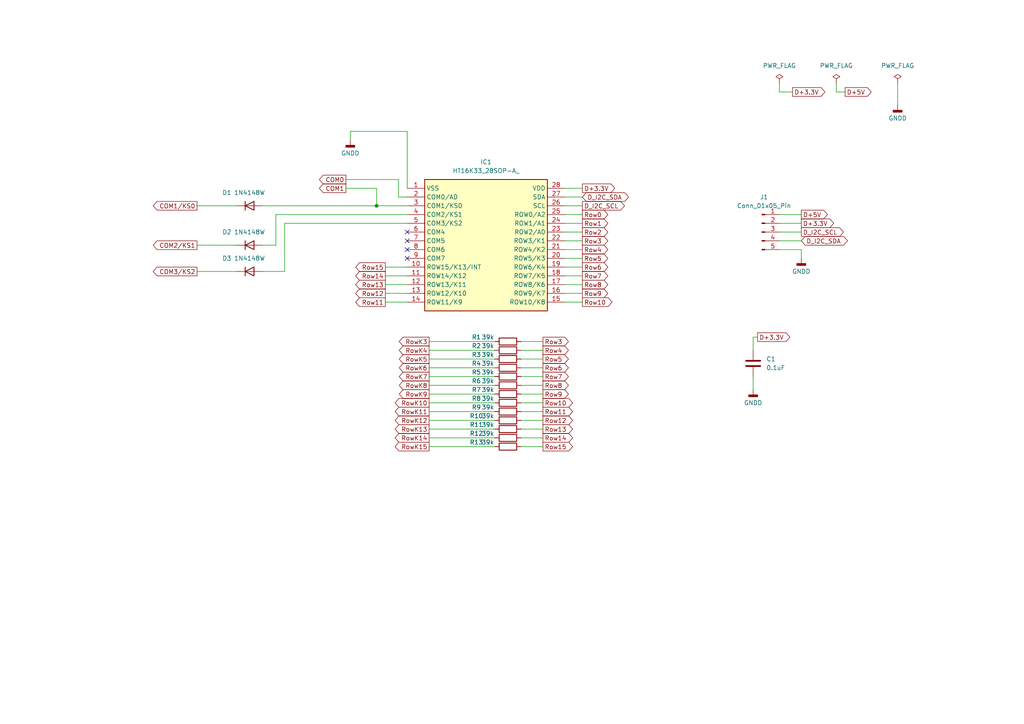
<source format=kicad_sch>
(kicad_sch (version 20231120) (generator "eeschema") (generator_version "8.0")
  (paper "A4")
  (lib_symbols
    (symbol "Connector:Conn_01x05_Pin" (pin_names (offset 1.016) hide)
      (property "Reference" "J" (at 0 7.62 0))
      (property "Value" "Conn_01x05_Pin" (at 0 -7.62 0))
      (symbol "Conn_01x05_Pin_1_1"
        (polyline (pts (xy 1.27 -5.08) (xy 0.8636 -5.08)) (stroke (width 0.1524)))
        (polyline (pts (xy 1.27 -2.54) (xy 0.8636 -2.54)) (stroke (width 0.1524)))
        (polyline (pts (xy 1.27 0) (xy 0.8636 0)) (stroke (width 0.1524)))
        (polyline (pts (xy 1.27 2.54) (xy 0.8636 2.54)) (stroke (width 0.1524)))
        (polyline (pts (xy 1.27 5.08) (xy 0.8636 5.08)) (stroke (width 0.1524)))
        (rectangle (start 0.8636 -4.953) (end 0 -5.207) (stroke (width 0.1524)) (fill (type outline)))
        (rectangle (start 0.8636 -2.413) (end 0 -2.667) (stroke (width 0.1524)) (fill (type outline)))
        (rectangle (start 0.8636 0.127) (end 0 -0.127) (stroke (width 0.1524)) (fill (type outline)))
        (rectangle (start 0.8636 2.667) (end 0 2.413) (stroke (width 0.1524)) (fill (type outline)))
        (rectangle (start 0.8636 5.207) (end 0 4.953) (stroke (width 0.1524)) (fill (type outline)))
        (pin passive line (at 5.08 5.08 180) (length 3.81) (name "Pin_1") (number "1"))
        (pin passive line (at 5.08 2.54 180) (length 3.81) (name "Pin_2") (number "2"))
        (pin passive line (at 5.08 0 180) (length 3.81) (name "Pin_3") (number "3"))
        (pin passive line (at 5.08 -2.54 180) (length 3.81) (name "Pin_4") (number "4"))
        (pin passive line (at 5.08 -5.08 180) (length 3.81) (name "Pin_5") (number "5"))
      )
    )
    (symbol "Device:C" (pin_numbers hide) (pin_names (offset 0.254))
      (property "Reference" "C" (at 0.635 2.54 0))
      (property "Value" "C" (at 0.635 -2.54 0))
      (symbol "C_0_1"
        (polyline (pts (xy -2.032 -0.762) (xy 2.032 -0.762)) (stroke (width 0.508)))
        (polyline (pts (xy -2.032 0.762) (xy 2.032 0.762)) (stroke (width 0.508)))
      )
      (symbol "C_1_1"
        (pin passive line (at 0 3.81 270) (length 2.794) (name "~") (number "1"))
        (pin passive line (at 0 -3.81 90) (length 2.794) (name "~") (number "2"))
      )
    )
    (symbol "Device:R" (pin_numbers hide) (pin_names (offset 0))
      (property "Reference" "R" (at 2.032 0 90))
      (property "Value" "R" (at 0 0 90))
      (symbol "R_0_1"
        (rectangle (start -1.016 -2.54) (end 1.016 2.54) (stroke (width 0.254)))
      )
      (symbol "R_1_1"
        (pin passive line (at 0 3.81 270) (length 1.27) (name "~") (number "1"))
        (pin passive line (at 0 -3.81 90) (length 1.27) (name "~") (number "2"))
      )
    )
    (symbol "Diode:1N4148W" (pin_numbers hide) (pin_names hide)
      (property "Reference" "D" (at 0 2.54 0))
      (property "Value" "1N4148W" (at 0 -2.54 0))
      (symbol "1N4148W_0_1"
        (polyline (pts (xy -1.27 1.27) (xy -1.27 -1.27)) (stroke (width 0.254)))
        (polyline (pts (xy 1.27 0) (xy -1.27 0)))
        (polyline (pts (xy 1.27 1.27) (xy 1.27 -1.27) (xy -1.27 0) (xy 1.27 1.27)) (stroke (width 0.254)))
      )
      (symbol "1N4148W_1_1"
        (pin passive line (at -3.81 0 0) (length 2.54) (name "K") (number "1"))
        (pin passive line (at 3.81 0 180) (length 2.54) (name "A") (number "2"))
      )
    )
    (symbol "SamacSys_Parts:HT16K33_28SOP-A_"
      (property "Reference" "IC" (at 41.91 7.62 0))
      (property "Value" "HT16K33_28SOP-A_" (at 41.91 5.08 0))
      (symbol "HT16K33_28SOP-A__1_1"
        (rectangle (start 5.08 2.54) (end 40.64 -35.56) (stroke (width 0.254)) (fill (type background)))
        (pin passive line (at 0 0 0) (length 5.08) (name "VSS") (number "1"))
        (pin passive line (at 0 -22.86 0) (length 5.08) (name "ROW15/K13/INT") (number "10"))
        (pin passive line (at 0 -25.4 0) (length 5.08) (name "ROW14/K12") (number "11"))
        (pin passive line (at 0 -27.94 0) (length 5.08) (name "ROW13/K11") (number "12"))
        (pin passive line (at 0 -30.48 0) (length 5.08) (name "ROW12/K10") (number "13"))
        (pin passive line (at 0 -33.02 0) (length 5.08) (name "ROW11/K9") (number "14"))
        (pin passive line (at 45.72 -33.02 180) (length 5.08) (name "ROW10/K8") (number "15"))
        (pin passive line (at 45.72 -30.48 180) (length 5.08) (name "ROW9/K7") (number "16"))
        (pin passive line (at 45.72 -27.94 180) (length 5.08) (name "ROW8/K6") (number "17"))
        (pin passive line (at 45.72 -25.4 180) (length 5.08) (name "ROW7/K5") (number "18"))
        (pin passive line (at 45.72 -22.86 180) (length 5.08) (name "ROW6/K4") (number "19"))
        (pin passive line (at 0 -2.54 0) (length 5.08) (name "COM0/AD") (number "2"))
        (pin passive line (at 45.72 -20.32 180) (length 5.08) (name "ROW5/K3") (number "20"))
        (pin passive line (at 45.72 -17.78 180) (length 5.08) (name "ROW4/K2") (number "21"))
        (pin passive line (at 45.72 -15.24 180) (length 5.08) (name "ROW3/K1") (number "22"))
        (pin passive line (at 45.72 -12.7 180) (length 5.08) (name "ROW2/A0") (number "23"))
        (pin passive line (at 45.72 -10.16 180) (length 5.08) (name "ROW1/A1") (number "24"))
        (pin passive line (at 45.72 -7.62 180) (length 5.08) (name "ROW0/A2") (number "25"))
        (pin passive line (at 45.72 -5.08 180) (length 5.08) (name "SCL") (number "26"))
        (pin passive line (at 45.72 -2.54 180) (length 5.08) (name "SDA") (number "27"))
        (pin passive line (at 45.72 0 180) (length 5.08) (name "VDD") (number "28"))
        (pin passive line (at 0 -5.08 0) (length 5.08) (name "COM1/KS0") (number "3"))
        (pin passive line (at 0 -7.62 0) (length 5.08) (name "COM2/KS1") (number "4"))
        (pin passive line (at 0 -10.16 0) (length 5.08) (name "COM3/KS2") (number "5"))
        (pin passive line (at 0 -12.7 0) (length 5.08) (name "COM4") (number "6"))
        (pin passive line (at 0 -15.24 0) (length 5.08) (name "COM5") (number "7"))
        (pin passive line (at 0 -17.78 0) (length 5.08) (name "COM6") (number "8"))
        (pin passive line (at 0 -20.32 0) (length 5.08) (name "COM7") (number "9"))
      )
    )
    (symbol "power:GNDD" (power) (pin_numbers hide) (pin_names (offset 0) hide)
      (property "Value" "GNDD" (at 0 -3.175 0))
      (symbol "GNDD_0_1"
        (rectangle (start -1.27 -1.524) (end 1.27 -2.032) (stroke (width 0.254)) (fill (type outline)))
        (polyline (pts (xy 0 0) (xy 0 -1.524)))
      )
      (symbol "GNDD_1_1"
        (pin power_in line (at 0 0 270) (length 0) (name "~") (number "1"))
      )
    )
    (symbol "power:PWR_FLAG" (power) (pin_numbers hide) (pin_names (offset 0) hide)
      (property "Value" "PWR_FLAG" (at 0 3.81 0))
      (symbol "PWR_FLAG_0_0"
        (pin power_out line (at 0 0 90) (length 0) (name "~") (number "1"))
      )
      (symbol "PWR_FLAG_0_1"
        (polyline (pts (xy 0 0) (xy 0 1.27) (xy -1.016 1.905) (xy 0 2.54) (xy 1.016 1.905) (xy 0 1.27)))
      )
    )
  )
  (junction (at 109.22 59.69))
  (no_connect (at 118.11 69.85))
  (no_connect (at 118.11 72.39))
  (no_connect (at 118.11 67.31))
  (no_connect (at 118.11 74.93))
  (wire (pts (xy 168.91 87.63) (xy 163.83 87.63)))
  (wire (pts (xy 226.06 69.85) (xy 232.41 69.85)))
  (wire (pts (xy 124.46 121.92) (xy 143.51 121.92)))
  (wire (pts (xy 168.91 69.85) (xy 163.83 69.85)))
  (wire (pts (xy 226.06 64.77) (xy 232.41 64.77)))
  (wire (pts (xy 115.57 57.15) (xy 115.57 52.07)))
  (wire (pts (xy 229.87 26.67) (xy 226.06 26.67)))
  (wire (pts (xy 82.55 64.77) (xy 118.11 64.77)))
  (wire (pts (xy 118.11 57.15) (xy 115.57 57.15)))
  (wire (pts (xy 101.6 38.1) (xy 101.6 40.64)))
  (wire (pts (xy 100.33 54.61) (xy 109.22 54.61)))
  (wire (pts (xy 157.48 119.38) (xy 151.13 119.38)))
  (wire (pts (xy 57.15 71.12) (xy 68.58 71.12)))
  (wire (pts (xy 109.22 59.69) (xy 118.11 59.69)))
  (wire (pts (xy 76.2 59.69) (xy 109.22 59.69)))
  (wire (pts (xy 219.71 97.79) (xy 218.44 97.79)))
  (wire (pts (xy 157.48 129.54) (xy 151.13 129.54)))
  (wire (pts (xy 168.91 62.23) (xy 163.83 62.23)))
  (wire (pts (xy 118.11 38.1) (xy 118.11 54.61)))
  (wire (pts (xy 157.48 116.84) (xy 151.13 116.84)))
  (wire (pts (xy 124.46 109.22) (xy 143.51 109.22)))
  (wire (pts (xy 157.48 109.22) (xy 151.13 109.22)))
  (wire (pts (xy 124.46 116.84) (xy 143.51 116.84)))
  (wire (pts (xy 163.83 59.69) (xy 168.91 59.69)))
  (wire (pts (xy 124.46 106.68) (xy 143.51 106.68)))
  (wire (pts (xy 57.15 78.74) (xy 68.58 78.74)))
  (wire (pts (xy 111.76 85.09) (xy 118.11 85.09)))
  (wire (pts (xy 168.91 74.93) (xy 163.83 74.93)))
  (wire (pts (xy 124.46 99.06) (xy 143.51 99.06)))
  (wire (pts (xy 124.46 127) (xy 143.51 127)))
  (wire (pts (xy 80.01 62.23) (xy 118.11 62.23)))
  (wire (pts (xy 168.91 67.31) (xy 163.83 67.31)))
  (wire (pts (xy 111.76 87.63) (xy 118.11 87.63)))
  (wire (pts (xy 157.48 111.76) (xy 151.13 111.76)))
  (wire (pts (xy 124.46 129.54) (xy 143.51 129.54)))
  (wire (pts (xy 168.91 85.09) (xy 163.83 85.09)))
  (wire (pts (xy 118.11 38.1) (xy 101.6 38.1)))
  (wire (pts (xy 168.91 82.55) (xy 163.83 82.55)))
  (wire (pts (xy 80.01 71.12) (xy 80.01 62.23)))
  (wire (pts (xy 124.46 104.14) (xy 143.51 104.14)))
  (wire (pts (xy 124.46 101.6) (xy 143.51 101.6)))
  (wire (pts (xy 260.35 24.13) (xy 260.35 30.48)))
  (wire (pts (xy 124.46 111.76) (xy 143.51 111.76)))
  (wire (pts (xy 109.22 54.61) (xy 109.22 59.69)))
  (wire (pts (xy 168.91 72.39) (xy 163.83 72.39)))
  (wire (pts (xy 157.48 101.6) (xy 151.13 101.6)))
  (wire (pts (xy 157.48 104.14) (xy 151.13 104.14)))
  (wire (pts (xy 163.83 54.61) (xy 168.91 54.61)))
  (wire (pts (xy 111.76 82.55) (xy 118.11 82.55)))
  (wire (pts (xy 157.48 106.68) (xy 151.13 106.68)))
  (wire (pts (xy 157.48 127) (xy 151.13 127)))
  (wire (pts (xy 124.46 114.3) (xy 143.51 114.3)))
  (wire (pts (xy 111.76 77.47) (xy 118.11 77.47)))
  (wire (pts (xy 76.2 78.74) (xy 82.55 78.74)))
  (wire (pts (xy 226.06 72.39) (xy 232.41 72.39)))
  (wire (pts (xy 157.48 124.46) (xy 151.13 124.46)))
  (wire (pts (xy 57.15 59.69) (xy 68.58 59.69)))
  (wire (pts (xy 168.91 64.77) (xy 163.83 64.77)))
  (wire (pts (xy 157.48 99.06) (xy 151.13 99.06)))
  (wire (pts (xy 82.55 78.74) (xy 82.55 64.77)))
  (wire (pts (xy 168.91 80.01) (xy 163.83 80.01)))
  (wire (pts (xy 115.57 52.07) (xy 100.33 52.07)))
  (wire (pts (xy 124.46 124.46) (xy 143.51 124.46)))
  (wire (pts (xy 226.06 62.23) (xy 232.41 62.23)))
  (wire (pts (xy 226.06 26.67) (xy 226.06 24.13)))
  (wire (pts (xy 242.57 26.67) (xy 242.57 24.13)))
  (wire (pts (xy 245.11 26.67) (xy 242.57 26.67)))
  (wire (pts (xy 163.83 57.15) (xy 168.91 57.15)))
  (wire (pts (xy 218.44 97.79) (xy 218.44 101.6)))
  (wire (pts (xy 76.2 71.12) (xy 80.01 71.12)))
  (wire (pts (xy 157.48 114.3) (xy 151.13 114.3)))
  (wire (pts (xy 168.91 77.47) (xy 163.83 77.47)))
  (wire (pts (xy 232.41 72.39) (xy 232.41 74.93)))
  (wire (pts (xy 124.46 119.38) (xy 143.51 119.38)))
  (wire (pts (xy 218.44 109.22) (xy 218.44 113.03)))
  (wire (pts (xy 111.76 80.01) (xy 118.11 80.01)))
  (wire (pts (xy 157.48 121.92) (xy 151.13 121.92)))
  (wire (pts (xy 226.06 67.31) (xy 232.41 67.31)))
  (global_label "D+3.3V" (shape output) (at 168.91 54.61 0) (property "Intersheetrefs" "${INTERSHEET_REFS}" (effects (hide yes))))
  (global_label "Row3" (shape output) (at 157.48 99.06 0) (property "Intersheetrefs" "${INTERSHEET_REFS}" (effects (hide yes))))
  (global_label "Row1" (shape output) (at 168.91 64.77 0) (property "Intersheetrefs" "${INTERSHEET_REFS}" (effects (hide yes))))
  (global_label "RowK10" (shape output) (at 124.46 116.84 180) (property "Intersheetrefs" "${INTERSHEET_REFS}" (effects (hide yes))))
  (global_label "Row8" (shape output) (at 168.91 82.55 0) (property "Intersheetrefs" "${INTERSHEET_REFS}" (effects (hide yes))))
  (global_label "RowK4" (shape output) (at 124.46 101.6 180) (property "Intersheetrefs" "${INTERSHEET_REFS}" (effects (hide yes))))
  (global_label "RowK7" (shape output) (at 124.46 109.22 180) (property "Intersheetrefs" "${INTERSHEET_REFS}" (effects (hide yes))))
  (global_label "RowK11" (shape output) (at 124.46 119.38 180) (property "Intersheetrefs" "${INTERSHEET_REFS}" (effects (hide yes))))
  (global_label "Row9" (shape output) (at 168.91 85.09 0) (property "Intersheetrefs" "${INTERSHEET_REFS}" (effects (hide yes))))
  (global_label "Row15" (shape output) (at 157.48 129.54 0) (property "Intersheetrefs" "${INTERSHEET_REFS}" (effects (hide yes))))
  (global_label "Row5" (shape output) (at 168.91 74.93 0) (property "Intersheetrefs" "${INTERSHEET_REFS}" (effects (hide yes))))
  (global_label "RowK8" (shape output) (at 124.46 111.76 180) (property "Intersheetrefs" "${INTERSHEET_REFS}" (effects (hide yes))))
  (global_label "D_I2C_SDA" (shape bidirectional) (at 168.91 57.15 0) (property "Intersheetrefs" "${INTERSHEET_REFS}" (effects (hide yes))))
  (global_label "Row4" (shape output) (at 157.48 101.6 0) (property "Intersheetrefs" "${INTERSHEET_REFS}" (effects (hide yes))))
  (global_label "Row2" (shape output) (at 168.91 67.31 0) (property "Intersheetrefs" "${INTERSHEET_REFS}" (effects (hide yes))))
  (global_label "Row6" (shape output) (at 157.48 106.68 0) (property "Intersheetrefs" "${INTERSHEET_REFS}" (effects (hide yes))))
  (global_label "Row3" (shape output) (at 168.91 69.85 0) (property "Intersheetrefs" "${INTERSHEET_REFS}" (effects (hide yes))))
  (global_label "Row15" (shape output) (at 111.76 77.47 180) (property "Intersheetrefs" "${INTERSHEET_REFS}" (effects (hide yes))))
  (global_label "D_I2C_SCL" (shape output) (at 168.91 59.69 0) (property "Intersheetrefs" "${INTERSHEET_REFS}" (effects (hide yes))))
  (global_label "D+3.3V" (shape output) (at 219.71 97.79 0) (property "Intersheetrefs" "${INTERSHEET_REFS}" (effects (hide yes))))
  (global_label "Row8" (shape output) (at 157.48 111.76 0) (property "Intersheetrefs" "${INTERSHEET_REFS}" (effects (hide yes))))
  (global_label "COM1{slash}KS0" (shape output) (at 57.15 59.69 180) (property "Intersheetrefs" "${INTERSHEET_REFS}" (effects (hide yes))))
  (global_label "RowK14" (shape output) (at 124.46 127 180) (property "Intersheetrefs" "${INTERSHEET_REFS}" (effects (hide yes))))
  (global_label "RowK13" (shape output) (at 124.46 124.46 180) (property "Intersheetrefs" "${INTERSHEET_REFS}" (effects (hide yes))))
  (global_label "Row10" (shape output) (at 168.91 87.63 0) (property "Intersheetrefs" "${INTERSHEET_REFS}" (effects (hide yes))))
  (global_label "RowK6" (shape output) (at 124.46 106.68 180) (property "Intersheetrefs" "${INTERSHEET_REFS}" (effects (hide yes))))
  (global_label "Row13" (shape output) (at 111.76 82.55 180) (property "Intersheetrefs" "${INTERSHEET_REFS}" (effects (hide yes))))
  (global_label "Row4" (shape output) (at 168.91 72.39 0) (property "Intersheetrefs" "${INTERSHEET_REFS}" (effects (hide yes))))
  (global_label "Row12" (shape output) (at 111.76 85.09 180) (property "Intersheetrefs" "${INTERSHEET_REFS}" (effects (hide yes))))
  (global_label "COM3/KS2" (shape output) (at 57.15 78.74 180) (property "Intersheetrefs" "${INTERSHEET_REFS}" (effects (hide yes))))
  (global_label "Row12" (shape output) (at 157.48 121.92 0) (property "Intersheetrefs" "${INTERSHEET_REFS}" (effects (hide yes))))
  (global_label "RowK5" (shape output) (at 124.46 104.14 180) (property "Intersheetrefs" "${INTERSHEET_REFS}" (effects (hide yes))))
  (global_label "Row13" (shape output) (at 157.48 124.46 0) (property "Intersheetrefs" "${INTERSHEET_REFS}" (effects (hide yes))))
  (global_label "COM0" (shape output) (at 100.33 52.07 180) (property "Intersheetrefs" "${INTERSHEET_REFS}" (effects (hide yes))))
  (global_label "D+5V" (shape output) (at 245.11 26.67 0) (property "Intersheetrefs" "${INTERSHEET_REFS}" (effects (hide yes))))
  (global_label "Row11" (shape output) (at 157.48 119.38 0) (property "Intersheetrefs" "${INTERSHEET_REFS}" (effects (hide yes))))
  (global_label "Row11" (shape output) (at 111.76 87.63 180) (property "Intersheetrefs" "${INTERSHEET_REFS}" (effects (hide yes))))
  (global_label "D+5V" (shape output) (at 232.41 62.23 0) (property "Intersheetrefs" "${INTERSHEET_REFS}" (effects (hide yes))))
  (global_label "D+3.3V" (shape output) (at 232.41 64.77 0) (property "Intersheetrefs" "${INTERSHEET_REFS}" (effects (hide yes))))
  (global_label "D_I2C_SDA" (shape bidirectional) (at 232.41 69.85 0) (property "Intersheetrefs" "${INTERSHEET_REFS}" (effects (hide yes))))
  (global_label "Row10" (shape output) (at 157.48 116.84 0) (property "Intersheetrefs" "${INTERSHEET_REFS}" (effects (hide yes))))
  (global_label "D+3.3V" (shape output) (at 229.87 26.67 0) (property "Intersheetrefs" "${INTERSHEET_REFS}" (effects (hide yes))))
  (global_label "Row7" (shape output) (at 157.48 109.22 0) (property "Intersheetrefs" "${INTERSHEET_REFS}" (effects (hide yes))))
  (global_label "Row0" (shape output) (at 168.91 62.23 0) (property "Intersheetrefs" "${INTERSHEET_REFS}" (effects (hide yes))))
  (global_label "Row9" (shape output) (at 157.48 114.3 0) (property "Intersheetrefs" "${INTERSHEET_REFS}" (effects (hide yes))))
  (global_label "RowK9" (shape output) (at 124.46 114.3 180) (property "Intersheetrefs" "${INTERSHEET_REFS}" (effects (hide yes))))
  (global_label "RowK12" (shape output) (at 124.46 121.92 180) (property "Intersheetrefs" "${INTERSHEET_REFS}" (effects (hide yes))))
  (global_label "Row6" (shape output) (at 168.91 77.47 0) (property "Intersheetrefs" "${INTERSHEET_REFS}" (effects (hide yes))))
  (global_label "Row14" (shape output) (at 157.48 127 0) (property "Intersheetrefs" "${INTERSHEET_REFS}" (effects (hide yes))))
  (global_label "Row7" (shape output) (at 168.91 80.01 0) (property "Intersheetrefs" "${INTERSHEET_REFS}" (effects (hide yes))))
  (global_label "Row14" (shape output) (at 111.76 80.01 180) (property "Intersheetrefs" "${INTERSHEET_REFS}" (effects (hide yes))))
  (global_label "D_I2C_SCL" (shape output) (at 232.41 67.31 0) (property "Intersheetrefs" "${INTERSHEET_REFS}" (effects (hide yes))))
  (global_label "Row5" (shape output) (at 157.48 104.14 0) (property "Intersheetrefs" "${INTERSHEET_REFS}" (effects (hide yes))))
  (global_label "RowK15" (shape output) (at 124.46 129.54 180) (property "Intersheetrefs" "${INTERSHEET_REFS}" (effects (hide yes))))
  (global_label "COM1" (shape output) (at 100.33 54.61 180) (property "Intersheetrefs" "${INTERSHEET_REFS}" (effects (hide yes))))
  (global_label "COM2/KS1" (shape output) (at 57.15 71.12 180) (property "Intersheetrefs" "${INTERSHEET_REFS}" (effects (hide yes))))
  (global_label "RowK3" (shape output) (at 124.46 99.06 180) (property "Intersheetrefs" "${INTERSHEET_REFS}" (effects (hide yes))))
  (symbol (lib_id "Device:R") (at 147.32 124.46 270) (mirror x) (unit 1)
    (property "Reference" "R11" (at 138.176 123.19 90))
    (property "Value" "39k" (at 141.478 123.19 90))
    (property "Footprint" "Resistor_SMD:R_0603_1608Metric_Pad0.98x0.95mm_HandSolder" (effects (hide yes)))
    (property "Description" "Resistor" (effects (hide yes)))
  )
  (symbol (lib_id "Connector:Conn_01x05_Pin") (at 220.98 67.31 0) (unit 1)
    (property "Reference" "J1" (at 221.615 57.15 0))
    (property "Value" "Conn_01x05_Pin" (at 221.615 59.69 0))
    (property "Footprint" "Connector_PinHeader_2.54mm:PinHeader_1x05_P2.54mm_Vertical" (effects (hide yes)))
    (property "Description" "Generic connector, single row, 01x05, script generated" (effects (hide yes)))
  )
  (symbol (lib_id "Device:R") (at 147.32 119.38 270) (mirror x) (unit 1)
    (property "Reference" "R9" (at 138.176 118.11 90))
    (property "Value" "39k" (at 141.478 118.11 90))
    (property "Footprint" "Resistor_SMD:R_0603_1608Metric_Pad0.98x0.95mm_HandSolder" (effects (hide yes)))
    (property "Description" "Resistor" (effects (hide yes)))
  )
  (symbol (lib_id "power:PWR_FLAG") (at 260.35 24.13 0) (unit 1)
    (property "Reference" "#FLG03" (effects (hide yes)))
    (property "Value" "PWR_FLAG" (at 260.35 19.05 0))
    (property "Description" "Special symbol for telling ERC where power comes from" (effects (hide yes)))
  )
  (symbol (lib_id "Diode:1N4148W") (at 72.39 59.69 0) (unit 1)
    (property "Reference" "D1" (at 65.786 55.88 0))
    (property "Value" "1N4148W" (at 72.39 55.88 0))
    (property "Footprint" "Diode_SMD:D_SOD-123" (effects (hide yes)))
    (property "Datasheet" "https://www.vishay.com/docs/85748/1n4148w.pdf" (effects (hide yes)))
    (property "Description" "75V 0.15A Fast Switching Diode, SOD-123" (effects (hide yes)))
    (property "Sim.Device" "D" (effects (hide yes)))
    (property "Sim.Pins" "1=K 2=A" (effects (hide yes)))
  )
  (symbol (lib_id "Device:R") (at 147.32 101.6 270) (mirror x) (unit 1)
    (property "Reference" "R2" (at 138.176 100.33 90))
    (property "Value" "39k" (at 141.478 100.33 90))
    (property "Footprint" "Resistor_SMD:R_0603_1608Metric_Pad0.98x0.95mm_HandSolder" (effects (hide yes)))
    (property "Description" "Resistor" (effects (hide yes)))
  )
  (symbol (lib_id "Device:R") (at 147.32 114.3 270) (mirror x) (unit 1)
    (property "Reference" "R7" (at 138.176 113.03 90))
    (property "Value" "39k" (at 141.478 113.03 90))
    (property "Footprint" "Resistor_SMD:R_0603_1608Metric_Pad0.98x0.95mm_HandSolder" (effects (hide yes)))
    (property "Description" "Resistor" (effects (hide yes)))
  )
  (symbol (lib_id "Device:R") (at 147.32 111.76 270) (mirror x) (unit 1)
    (property "Reference" "R6" (at 138.176 110.49 90))
    (property "Value" "39k" (at 141.478 110.49 90))
    (property "Footprint" "Resistor_SMD:R_0603_1608Metric_Pad0.98x0.95mm_HandSolder" (effects (hide yes)))
    (property "Description" "Resistor" (effects (hide yes)))
  )
  (symbol (lib_id "SamacSys_Parts:HT16K33_28SOP-A_") (at 118.11 54.61 0) (unit 1)
    (property "Reference" "IC1" (at 140.97 46.99 0))
    (property "Value" "HT16K33_28SOP-A_" (at 140.97 49.53 0))
    (property "Footprint" "SOIC127P1031X264-28N" (effects (hide yes)))
    (property "Datasheet" "https://cdn-shop.adafruit.com/datasheets/ht16K33v110.pdf" (effects (hide yes)))
    (property "Description" "28-pin SOP (300mil) Outline Dimensions" (effects (hide yes)))
    (property "Height" "2.64" (effects (hide yes)))
    (property "Manufacturer_Name" "Holtek" (effects (hide yes)))
    (property "Manufacturer_Part_Number" "HT16K33(28SOP-A)" (effects (hide yes)))
  )
  (symbol (lib_id "power:PWR_FLAG") (at 226.06 24.13 0) (unit 1)
    (property "Reference" "#FLG01" (effects (hide yes)))
    (property "Value" "PWR_FLAG" (at 226.06 19.05 0))
    (property "Description" "Special symbol for telling ERC where power comes from" (effects (hide yes)))
  )
  (symbol (lib_id "power:GNDD") (at 101.6 40.64 0) (unit 1)
    (property "Reference" "#PWR01" (effects (hide yes)))
    (property "Value" "GNDD" (at 101.6 44.45 0))
    (property "Description" "Power symbol creates a global label with name \"GNDD\" , digital ground" (effects (hide yes)))
  )
  (symbol (lib_id "Diode:1N4148W") (at 72.39 78.74 0) (unit 1)
    (property "Reference" "D3" (at 65.786 74.93 0))
    (property "Value" "1N4148W" (at 72.39 74.93 0))
    (property "Footprint" "Diode_SMD:D_SOD-123" (effects (hide yes)))
    (property "Datasheet" "https://www.vishay.com/docs/85748/1n4148w.pdf" (effects (hide yes)))
    (property "Description" "75V 0.15A Fast Switching Diode, SOD-123" (effects (hide yes)))
    (property "Sim.Device" "D" (effects (hide yes)))
    (property "Sim.Pins" "1=K 2=A" (effects (hide yes)))
  )
  (symbol (lib_id "power:GNDD") (at 218.44 113.03 0) (unit 1)
    (property "Reference" "#PWR02" (effects (hide yes)))
    (property "Value" "GNDD" (at 218.44 116.84 0))
    (property "Description" "Power symbol creates a global label with name \"GNDD\" , digital ground" (effects (hide yes)))
  )
  (symbol (lib_id "Device:R") (at 147.32 121.92 270) (mirror x) (unit 1)
    (property "Reference" "R10" (at 138.176 120.65 90))
    (property "Value" "39k" (at 141.478 120.65 90))
    (property "Footprint" "Resistor_SMD:R_0603_1608Metric_Pad0.98x0.95mm_HandSolder" (effects (hide yes)))
    (property "Description" "Resistor" (effects (hide yes)))
  )
  (symbol (lib_id "Device:R") (at 147.32 127 270) (mirror x) (unit 1)
    (property "Reference" "R12" (at 138.176 125.73 90))
    (property "Value" "39k" (at 141.478 125.73 90))
    (property "Footprint" "Resistor_SMD:R_0603_1608Metric_Pad0.98x0.95mm_HandSolder" (effects (hide yes)))
    (property "Description" "Resistor" (effects (hide yes)))
  )
  (symbol (lib_id "power:GNDD") (at 232.41 74.93 0) (unit 1)
    (property "Reference" "#PWR03" (effects (hide yes)))
    (property "Value" "GNDD" (at 232.41 78.74 0))
    (property "Description" "Power symbol creates a global label with name \"GNDD\" , digital ground" (effects (hide yes)))
  )
  (symbol (lib_id "power:GNDD") (at 260.35 30.48 0) (unit 1)
    (property "Reference" "#PWR04" (effects (hide yes)))
    (property "Value" "GNDD" (at 260.35 34.29 0))
    (property "Description" "Power symbol creates a global label with name \"GNDD\" , digital ground" (effects (hide yes)))
  )
  (symbol (lib_id "Device:R") (at 147.32 129.54 270) (mirror x) (unit 1)
    (property "Reference" "R13" (at 138.176 128.27 90))
    (property "Value" "39k" (at 141.478 128.27 90))
    (property "Footprint" "Resistor_SMD:R_0603_1608Metric_Pad0.98x0.95mm_HandSolder" (effects (hide yes)))
    (property "Description" "Resistor" (effects (hide yes)))
  )
  (symbol (lib_id "Device:R") (at 147.32 116.84 270) (mirror x) (unit 1)
    (property "Reference" "R8" (at 138.176 115.57 90))
    (property "Value" "39k" (at 141.478 115.57 90))
    (property "Footprint" "Resistor_SMD:R_0603_1608Metric_Pad0.98x0.95mm_HandSolder" (effects (hide yes)))
    (property "Description" "Resistor" (effects (hide yes)))
  )
  (symbol (lib_id "Diode:1N4148W") (at 72.39 71.12 0) (unit 1)
    (property "Reference" "D2" (at 65.786 67.31 0))
    (property "Value" "1N4148W" (at 72.39 67.31 0))
    (property "Footprint" "Diode_SMD:D_SOD-123" (effects (hide yes)))
    (property "Datasheet" "https://www.vishay.com/docs/85748/1n4148w.pdf" (effects (hide yes)))
    (property "Description" "75V 0.15A Fast Switching Diode, SOD-123" (effects (hide yes)))
    (property "Sim.Device" "D" (effects (hide yes)))
    (property "Sim.Pins" "1=K 2=A" (effects (hide yes)))
  )
  (symbol (lib_id "power:PWR_FLAG") (at 242.57 24.13 0) (unit 1)
    (property "Reference" "#FLG02" (effects (hide yes)))
    (property "Value" "PWR_FLAG" (at 242.57 19.05 0))
    (property "Description" "Special symbol for telling ERC where power comes from" (effects (hide yes)))
  )
  (symbol (lib_id "Device:R") (at 147.32 104.14 270) (mirror x) (unit 1)
    (property "Reference" "R3" (at 138.176 102.87 90))
    (property "Value" "39k" (at 141.478 102.87 90))
    (property "Footprint" "Resistor_SMD:R_0603_1608Metric_Pad0.98x0.95mm_HandSolder" (effects (hide yes)))
    (property "Description" "Resistor" (effects (hide yes)))
  )
  (symbol (lib_id "Device:C") (at 218.44 105.41 0) (unit 1)
    (property "Reference" "C1" (at 222.25 104.1399 0) (effects (justify left)))
    (property "Value" "0.1uF" (at 222.25 106.6799 0) (effects (justify left)))
    (property "Footprint" "Capacitor_SMD:C_0603_1608Metric_Pad1.08x0.95mm_HandSolder" (effects (hide yes)))
    (property "Description" "Unpolarized capacitor" (effects (hide yes)))
  )
  (symbol (lib_id "Device:R") (at 147.32 106.68 270) (mirror x) (unit 1)
    (property "Reference" "R4" (at 138.176 105.41 90))
    (property "Value" "39k" (at 141.478 105.41 90))
    (property "Footprint" "Resistor_SMD:R_0603_1608Metric_Pad0.98x0.95mm_HandSolder" (effects (hide yes)))
    (property "Description" "Resistor" (effects (hide yes)))
  )
  (symbol (lib_id "Device:R") (at 147.32 99.06 270) (mirror x) (unit 1)
    (property "Reference" "R1" (at 138.176 97.79 90))
    (property "Value" "39k" (at 141.478 97.79 90))
    (property "Footprint" "Resistor_SMD:R_0603_1608Metric_Pad0.98x0.95mm_HandSolder" (effects (hide yes)))
    (property "Description" "Resistor" (effects (hide yes)))
  )
  (symbol (lib_id "Device:R") (at 147.32 109.22 270) (mirror x) (unit 1)
    (property "Reference" "R5" (at 138.176 107.95 90))
    (property "Value" "39k" (at 141.478 107.95 90))
    (property "Footprint" "Resistor_SMD:R_0603_1608Metric_Pad0.98x0.95mm_HandSolder" (effects (hide yes)))
    (property "Description" "Resistor" (effects (hide yes)))
  )
)
</source>
